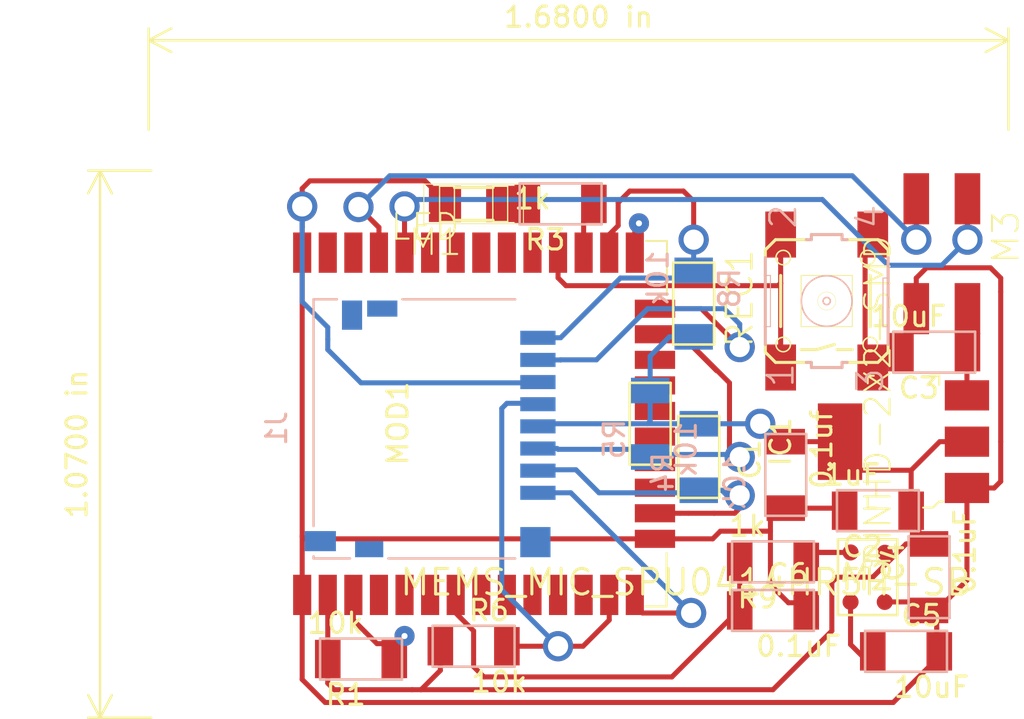
<source format=kicad_pcb>
(kicad_pcb (version 20171130) (host pcbnew "(5.1.4-0-10_14)")

  (general
    (thickness 1.6)
    (drawings 4)
    (tracks 235)
    (zones 0)
    (modules 20)
    (nets 44)
  )

  (page A4)
  (layers
    (0 F.Cu signal)
    (31 B.Cu signal)
    (32 B.Adhes user)
    (33 F.Adhes user)
    (34 B.Paste user)
    (35 F.Paste user)
    (36 B.SilkS user)
    (37 F.SilkS user)
    (38 B.Mask user hide)
    (39 F.Mask user hide)
    (40 Dwgs.User user)
    (41 Cmts.User user)
    (42 Eco1.User user hide)
    (43 Eco2.User user hide)
    (44 Edge.Cuts user hide)
    (45 Margin user hide)
    (46 B.CrtYd user hide)
    (47 F.CrtYd user)
    (48 B.Fab user hide)
    (49 F.Fab user hide)
  )

  (setup
    (last_trace_width 0.25)
    (trace_clearance 0.2)
    (zone_clearance 0.508)
    (zone_45_only no)
    (trace_min 0.2)
    (via_size 0.8)
    (via_drill 0.4)
    (via_min_size 0.4)
    (via_min_drill 0.3)
    (user_via 1 0.3)
    (user_via 1.5 1)
    (uvia_size 0.3)
    (uvia_drill 0.1)
    (uvias_allowed no)
    (uvia_min_size 0.2)
    (uvia_min_drill 0.1)
    (edge_width 0.05)
    (segment_width 0.2)
    (pcb_text_width 0.3)
    (pcb_text_size 1.5 1.5)
    (mod_edge_width 0.12)
    (mod_text_size 1 1)
    (mod_text_width 0.15)
    (pad_size 1.27 1.905)
    (pad_drill 0)
    (pad_to_mask_clearance 0.051)
    (solder_mask_min_width 0.25)
    (aux_axis_origin 0 0)
    (visible_elements FFFFFF7F)
    (pcbplotparams
      (layerselection 0x010fc_ffffffff)
      (usegerberextensions false)
      (usegerberattributes false)
      (usegerberadvancedattributes false)
      (creategerberjobfile false)
      (excludeedgelayer true)
      (linewidth 0.100000)
      (plotframeref false)
      (viasonmask false)
      (mode 1)
      (useauxorigin false)
      (hpglpennumber 1)
      (hpglpenspeed 20)
      (hpglpendiameter 15.000000)
      (psnegative false)
      (psa4output false)
      (plotreference true)
      (plotvalue true)
      (plotinvisibletext false)
      (padsonsilk false)
      (subtractmaskfromsilk false)
      (outputformat 1)
      (mirror false)
      (drillshape 1)
      (scaleselection 1)
      (outputdirectory ""))
  )

  (net 0 "")
  (net 1 +3V3)
  (net 2 GND)
  (net 3 +5V)
  (net 4 "Net-(C5-Pad1)")
  (net 5 /Mic)
  (net 6 "Net-(J1-Pad10)")
  (net 7 "Net-(J1-Pad11)")
  (net 8 /Dat2)
  (net 9 /Dat3)
  (net 10 /CMD)
  (net 11 /Dat0)
  (net 12 "Net-(J1-Pad9)")
  (net 13 /Dat1)
  (net 14 "Net-(M1-Pad1)")
  (net 15 "Net-(M2-PadP$4)")
  (net 16 /BootstrapGND)
  (net 17 /LED)
  (net 18 /BTN)
  (net 19 "Net-(MOD1-Pad29)")
  (net 20 "Net-(MOD1-Pad30)")
  (net 21 "Net-(MOD1-Pad31)")
  (net 22 "Net-(MOD1-Pad32)")
  (net 23 "Net-(MOD1-Pad33)")
  (net 24 /RX)
  (net 25 /TX)
  (net 26 "Net-(MOD1-Pad36)")
  (net 27 "Net-(MOD1-Pad37)")
  (net 28 /CLK)
  (net 29 "Net-(MOD1-Pad12)")
  (net 30 "Net-(MOD1-Pad11)")
  (net 31 "Net-(MOD1-Pad10)")
  (net 32 "Net-(MOD1-Pad9)")
  (net 33 "Net-(MOD1-Pad8)")
  (net 34 "Net-(MOD1-Pad6)")
  (net 35 "Net-(MOD1-Pad5)")
  (net 36 "Net-(MOD1-Pad4)")
  (net 37 /EN)
  (net 38 "Net-(MOD1-Pad22)")
  (net 39 "Net-(MOD1-Pad21)")
  (net 40 "Net-(MOD1-Pad20)")
  (net 41 "Net-(MOD1-Pad19)")
  (net 42 "Net-(MOD1-Pad18)")
  (net 43 "Net-(MOD1-Pad17)")

  (net_class Default "This is the default net class."
    (clearance 0.2)
    (trace_width 0.25)
    (via_dia 0.8)
    (via_drill 0.4)
    (uvia_dia 0.3)
    (uvia_drill 0.1)
    (add_net +3V3)
    (add_net +5V)
    (add_net /BTN)
    (add_net /BootstrapGND)
    (add_net /CLK)
    (add_net /CMD)
    (add_net /Dat0)
    (add_net /Dat1)
    (add_net /Dat2)
    (add_net /Dat3)
    (add_net /EN)
    (add_net /LED)
    (add_net /Mic)
    (add_net /RX)
    (add_net /TX)
    (add_net GND)
    (add_net "Net-(C5-Pad1)")
    (add_net "Net-(J1-Pad10)")
    (add_net "Net-(J1-Pad11)")
    (add_net "Net-(J1-Pad9)")
    (add_net "Net-(M1-Pad1)")
    (add_net "Net-(M2-PadP$4)")
    (add_net "Net-(MOD1-Pad10)")
    (add_net "Net-(MOD1-Pad11)")
    (add_net "Net-(MOD1-Pad12)")
    (add_net "Net-(MOD1-Pad17)")
    (add_net "Net-(MOD1-Pad18)")
    (add_net "Net-(MOD1-Pad19)")
    (add_net "Net-(MOD1-Pad20)")
    (add_net "Net-(MOD1-Pad21)")
    (add_net "Net-(MOD1-Pad22)")
    (add_net "Net-(MOD1-Pad29)")
    (add_net "Net-(MOD1-Pad30)")
    (add_net "Net-(MOD1-Pad31)")
    (add_net "Net-(MOD1-Pad32)")
    (add_net "Net-(MOD1-Pad33)")
    (add_net "Net-(MOD1-Pad36)")
    (add_net "Net-(MOD1-Pad37)")
    (add_net "Net-(MOD1-Pad4)")
    (add_net "Net-(MOD1-Pad5)")
    (add_net "Net-(MOD1-Pad6)")
    (add_net "Net-(MOD1-Pad8)")
    (add_net "Net-(MOD1-Pad9)")
  )

  (module fab:fab-6MM_SWITCH (layer F.Cu) (tedit 200000) (tstamp 5DF662BE)
    (at 117.983 77.851 90)
    (descr "OMRON SWITCH")
    (tags "OMRON SWITCH")
    (path /5DF7A669)
    (attr smd)
    (fp_text reference REC1 (at 0.127 -4.318 90) (layer F.SilkS)
      (effects (font (size 1.27 1.27) (thickness 0.127)))
    )
    (fp_text value " " (at 0.762 4.445 90) (layer F.SilkS)
      (effects (font (size 1.27 1.27) (thickness 0.127)))
    )
    (fp_text user 4 (at 4.191 2.159 90) (layer B.SilkS)
      (effects (font (size 1.27 1.27) (thickness 0.127)))
    )
    (fp_text user 3 (at -3.937 2.159 90) (layer B.SilkS)
      (effects (font (size 1.27 1.27) (thickness 0.127)))
    )
    (fp_text user 2 (at 4.191 -2.159 90) (layer B.SilkS)
      (effects (font (size 1.27 1.27) (thickness 0.127)))
    )
    (fp_text user 1 (at -3.683 -2.286 90) (layer B.SilkS)
      (effects (font (size 1.27 1.27) (thickness 0.127)))
    )
    (fp_circle (center 0 0) (end -0.127 0.127) (layer B.SilkS) (width 0.0762))
    (fp_circle (center 0 0) (end -0.3175 0.3175) (layer F.SilkS) (width 0.0254))
    (fp_circle (center -2.159 -2.159) (end -2.413 -2.413) (layer F.SilkS) (width 0.0762))
    (fp_circle (center 2.159 -2.159) (end 2.413 -2.413) (layer F.SilkS) (width 0.0762))
    (fp_circle (center 2.159 2.032) (end 2.413 2.286) (layer F.SilkS) (width 0.0762))
    (fp_circle (center -2.159 2.159) (end -2.413 2.413) (layer F.SilkS) (width 0.0762))
    (fp_circle (center 0 0) (end -0.889 0.889) (layer B.SilkS) (width 0.0762))
    (fp_line (start -2.413 -0.508) (end -2.159 0.381) (layer F.SilkS) (width 0.1524))
    (fp_line (start -2.413 0.508) (end -2.413 1.27) (layer F.SilkS) (width 0.1524))
    (fp_line (start -2.413 -1.27) (end -2.413 -0.508) (layer F.SilkS) (width 0.1524))
    (fp_line (start 1.27 -2.286) (end -1.27 -2.286) (layer F.SilkS) (width 0.1524))
    (fp_line (start -1.27 2.159) (end 1.27 2.159) (layer F.SilkS) (width 0.1524))
    (fp_line (start -3.048 -0.762) (end -3.048 -1.016) (layer B.SilkS) (width 0.1524))
    (fp_line (start -3.048 0.762) (end -3.048 1.016) (layer B.SilkS) (width 0.1524))
    (fp_line (start 3.048 -0.762) (end 3.048 -1.016) (layer B.SilkS) (width 0.1524))
    (fp_line (start 3.048 0.762) (end 3.048 1.016) (layer B.SilkS) (width 0.1524))
    (fp_line (start 1.143 3.048) (end 2.159 3.048) (layer B.SilkS) (width 0.1524))
    (fp_line (start -1.27 3.048) (end 1.143 3.048) (layer B.SilkS) (width 0.1524))
    (fp_line (start -1.27 -3.048) (end -2.159 -3.048) (layer B.SilkS) (width 0.1524))
    (fp_line (start 1.27 -3.048) (end -1.27 -3.048) (layer B.SilkS) (width 0.1524))
    (fp_line (start 2.159 -3.048) (end 1.27 -3.048) (layer B.SilkS) (width 0.1524))
    (fp_line (start 2.54 -3.048) (end 2.159 -3.048) (layer F.SilkS) (width 0.1524))
    (fp_line (start -2.54 -3.048) (end -2.159 -3.048) (layer F.SilkS) (width 0.1524))
    (fp_line (start -2.159 3.048) (end -1.27 3.048) (layer B.SilkS) (width 0.1524))
    (fp_line (start -2.54 3.048) (end -2.159 3.048) (layer F.SilkS) (width 0.1524))
    (fp_line (start 2.54 3.048) (end 2.159 3.048) (layer F.SilkS) (width 0.1524))
    (fp_line (start -1.27 2.794) (end -1.27 3.048) (layer B.SilkS) (width 0.0508))
    (fp_line (start 1.143 2.794) (end 1.143 3.048) (layer B.SilkS) (width 0.0508))
    (fp_line (start 1.143 2.794) (end -1.27 2.794) (layer B.SilkS) (width 0.0508))
    (fp_line (start 1.27 -2.794) (end 1.27 -3.048) (layer B.SilkS) (width 0.0508))
    (fp_line (start 1.27 -2.794) (end -1.27 -2.794) (layer B.SilkS) (width 0.0508))
    (fp_line (start -1.27 -3.048) (end -1.27 -2.794) (layer B.SilkS) (width 0.0508))
    (fp_line (start -1.27 -1.27) (end 1.27 -1.27) (layer F.SilkS) (width 0.0508))
    (fp_line (start 1.27 1.27) (end 1.27 -1.27) (layer F.SilkS) (width 0.0508))
    (fp_line (start 1.27 1.27) (end -1.27 1.27) (layer F.SilkS) (width 0.0508))
    (fp_line (start -1.27 -1.27) (end -1.27 1.27) (layer F.SilkS) (width 0.0508))
    (fp_line (start -3.048 2.54) (end -3.048 1.016) (layer F.SilkS) (width 0.1524))
    (fp_line (start -2.54 3.048) (end -3.048 2.54) (layer F.SilkS) (width 0.1524))
    (fp_line (start -3.048 -2.54) (end -3.048 -1.016) (layer F.SilkS) (width 0.1524))
    (fp_line (start -2.54 -3.048) (end -3.048 -2.54) (layer F.SilkS) (width 0.1524))
    (fp_line (start 3.048 2.54) (end 3.048 1.016) (layer F.SilkS) (width 0.1524))
    (fp_line (start 2.54 3.048) (end 3.048 2.54) (layer F.SilkS) (width 0.1524))
    (fp_line (start 3.048 -2.54) (end 2.54 -3.048) (layer F.SilkS) (width 0.1524))
    (fp_line (start -3.048 0.762) (end -3.302 0.762) (layer B.SilkS) (width 0.1524))
    (fp_line (start -3.302 -0.762) (end -3.302 0.762) (layer B.SilkS) (width 0.1524))
    (fp_line (start -3.302 -0.762) (end -3.048 -0.762) (layer B.SilkS) (width 0.1524))
    (fp_line (start 3.048 -1.016) (end 3.048 -2.54) (layer F.SilkS) (width 0.1524))
    (fp_line (start 3.048 -0.762) (end 3.302 -0.762) (layer B.SilkS) (width 0.1524))
    (fp_line (start 3.302 0.762) (end 3.302 -0.762) (layer B.SilkS) (width 0.1524))
    (fp_line (start 3.302 0.762) (end 3.048 0.762) (layer B.SilkS) (width 0.1524))
    (pad 4 smd rect (at 3.302 2.286 90) (size 2.286 1.524) (layers F.Cu F.Paste F.Mask)
      (net 2 GND))
    (pad 3 smd rect (at -3.302 2.286 90) (size 2.286 1.524) (layers F.Cu F.Paste F.Mask)
      (net 2 GND))
    (pad 2 smd rect (at 3.302 -2.286 90) (size 2.286 1.524) (layers F.Cu F.Paste F.Mask)
      (net 18 /BTN))
    (pad 1 smd rect (at -3.302 -2.286 90) (size 2.286 1.524) (layers F.Cu F.Paste F.Mask)
      (net 18 /BTN))
  )

  (module digikey-footprints:ESP32-WROOM-32D (layer F.Cu) (tedit 5DF68CF0) (tstamp 5DF66226)
    (at 100.203 83.947 90)
    (path /5DF7A6E9)
    (attr smd)
    (fp_text reference MOD1 (at 0.02 -3.51 90) (layer F.SilkS)
      (effects (font (size 1 1) (thickness 0.15)))
    )
    (fp_text value ESP32-WROOM-32 (at 0 11.88 90) (layer F.Fab)
      (effects (font (size 1 1) (thickness 0.15)))
    )
    (fp_line (start -9 9.755) (end 9 9.755) (layer F.Fab) (width 0.1))
    (fp_line (start -9.07 9.83) (end -6.42 9.83) (layer F.SilkS) (width 0.1))
    (fp_line (start -9.07 8.78) (end -9.07 9.83) (layer F.SilkS) (width 0.1))
    (fp_line (start 9.08 9.85) (end 6.38 9.85) (layer F.SilkS) (width 0.1))
    (fp_line (start 9.08 8.81) (end 9.08 9.85) (layer F.SilkS) (width 0.1))
    (fp_text user REF** (at 0.01 -5.37 90) (layer F.Fab)
      (effects (font (size 1 1) (thickness 0.15)))
    )
    (fp_line (start -9.77 10.47) (end 9.73 10.46) (layer F.CrtYd) (width 0.1))
    (pad 25 smd rect (at 8.5 8.255 90) (size 2 0.9) (layers F.Cu F.Paste F.Mask)
      (net 16 /BootstrapGND))
    (pad 26 smd rect (at 8.5 6.985 90) (size 2 0.9) (layers F.Cu F.Paste F.Mask)
      (net 13 /Dat1))
    (pad 27 smd rect (at 8.5 5.715 90) (size 2 0.9) (layers F.Cu F.Paste F.Mask)
      (net 17 /LED))
    (pad 28 smd rect (at 8.5 4.445 90) (size 2 0.9) (layers F.Cu F.Paste F.Mask)
      (net 18 /BTN))
    (pad 29 smd rect (at 8.5 3.175 90) (size 2 0.9) (layers F.Cu F.Paste F.Mask)
      (net 19 "Net-(MOD1-Pad29)"))
    (pad 30 smd rect (at 8.5 1.905 90) (size 2 0.9) (layers F.Cu F.Paste F.Mask)
      (net 20 "Net-(MOD1-Pad30)"))
    (pad 31 smd rect (at 8.5 0.635 90) (size 2 0.9) (layers F.Cu F.Paste F.Mask)
      (net 21 "Net-(MOD1-Pad31)"))
    (pad 32 smd rect (at 8.5 -0.635 90) (size 2 0.9) (layers F.Cu F.Paste F.Mask)
      (net 22 "Net-(MOD1-Pad32)"))
    (pad 33 smd rect (at 8.5 -1.905 90) (size 2 0.9) (layers F.Cu F.Paste F.Mask)
      (net 23 "Net-(MOD1-Pad33)"))
    (pad 34 smd rect (at 8.5 -3.175 90) (size 2 0.9) (layers F.Cu F.Paste F.Mask)
      (net 24 /RX))
    (pad 35 smd rect (at 8.5 -4.445 90) (size 2 0.9) (layers F.Cu F.Paste F.Mask)
      (net 25 /TX))
    (pad 36 smd rect (at 8.5 -5.715 90) (size 2 0.9) (layers F.Cu F.Paste F.Mask)
      (net 26 "Net-(MOD1-Pad36)"))
    (pad 37 smd rect (at 8.5 -6.985 90) (size 2 0.9) (layers F.Cu F.Paste F.Mask)
      (net 27 "Net-(MOD1-Pad37)"))
    (pad 38 smd rect (at 8.5 -8.255 90) (size 2 0.9) (layers F.Cu F.Paste F.Mask)
      (net 2 GND))
    (pad 14 smd rect (at -8.5 8.255 90) (size 2 0.9) (layers F.Cu F.Paste F.Mask)
      (net 8 /Dat2))
    (pad 13 smd rect (at -8.5 6.985 90) (size 2 0.9) (layers F.Cu F.Paste F.Mask)
      (net 28 /CLK))
    (pad 12 smd rect (at -8.5 5.715 90) (size 2 0.9) (layers F.Cu F.Paste F.Mask)
      (net 29 "Net-(MOD1-Pad12)"))
    (pad 11 smd rect (at -8.5 4.445 90) (size 2 0.9) (layers F.Cu F.Paste F.Mask)
      (net 30 "Net-(MOD1-Pad11)"))
    (pad 10 smd rect (at -8.5 3.175 90) (size 2 0.9) (layers F.Cu F.Paste F.Mask)
      (net 31 "Net-(MOD1-Pad10)"))
    (pad 9 smd rect (at -8.5 1.905 90) (size 2 0.9) (layers F.Cu F.Paste F.Mask)
      (net 32 "Net-(MOD1-Pad9)"))
    (pad 8 smd rect (at -8.5 0.635 90) (size 2 0.9) (layers F.Cu F.Paste F.Mask)
      (net 33 "Net-(MOD1-Pad8)"))
    (pad 7 smd rect (at -8.5 -0.635 90) (size 2 0.9) (layers F.Cu F.Paste F.Mask)
      (net 5 /Mic))
    (pad 6 smd rect (at -8.5 -1.905 90) (size 2 0.9) (layers F.Cu F.Paste F.Mask)
      (net 34 "Net-(MOD1-Pad6)"))
    (pad 5 smd rect (at -8.5 -3.175 90) (size 2 0.9) (layers F.Cu F.Paste F.Mask)
      (net 35 "Net-(MOD1-Pad5)"))
    (pad 4 smd rect (at -8.5 -4.445 90) (size 2 0.9) (layers F.Cu F.Paste F.Mask)
      (net 36 "Net-(MOD1-Pad4)"))
    (pad 3 smd rect (at -8.5 -5.715 90) (size 2 0.9) (layers F.Cu F.Paste F.Mask)
      (net 37 /EN))
    (pad 2 smd rect (at -8.5 -6.985 90) (size 2 0.9) (layers F.Cu F.Paste F.Mask)
      (net 1 +3V3))
    (pad 24 smd rect (at 5.715 9.255 180) (size 2 0.9) (layers F.Cu F.Paste F.Mask)
      (net 11 /Dat0))
    (pad 23 smd rect (at 4.445 9.255 180) (size 2 0.9) (layers F.Cu F.Paste F.Mask)
      (net 10 /CMD))
    (pad 22 smd rect (at 3.175 9.255 180) (size 2 0.9) (layers F.Cu F.Paste F.Mask)
      (net 38 "Net-(MOD1-Pad22)"))
    (pad 21 smd rect (at 1.905 9.255 180) (size 2 0.9) (layers F.Cu F.Paste F.Mask)
      (net 39 "Net-(MOD1-Pad21)"))
    (pad 20 smd rect (at 0.635 9.255 180) (size 2 0.9) (layers F.Cu F.Paste F.Mask)
      (net 40 "Net-(MOD1-Pad20)"))
    (pad 19 smd rect (at -0.635 9.255 180) (size 2 0.9) (layers F.Cu F.Paste F.Mask)
      (net 41 "Net-(MOD1-Pad19)"))
    (pad 18 smd rect (at -1.905 9.255 180) (size 2 0.9) (layers F.Cu F.Paste F.Mask)
      (net 42 "Net-(MOD1-Pad18)"))
    (pad 17 smd rect (at -3.175 9.255 180) (size 2 0.9) (layers F.Cu F.Paste F.Mask)
      (net 43 "Net-(MOD1-Pad17)"))
    (pad 16 smd rect (at -4.445 9.255 180) (size 2 0.9) (layers F.Cu F.Paste F.Mask)
      (net 9 /Dat3))
    (pad 15 smd rect (at -5.715 9.255 180) (size 2 0.9) (layers F.Cu F.Paste F.Mask)
      (net 2 GND))
    (pad 1 smd rect (at -8.5 -8.255 90) (size 2 0.9) (layers F.Cu F.Paste F.Mask)
      (net 2 GND))
  )

  (module fab:fab-2X02SMD (layer F.Cu) (tedit 200000) (tstamp 5DF707C9)
    (at 123.698 75.311 270)
    (path /5DFE3C1D)
    (attr smd)
    (fp_text reference M3 (at -0.635 -3.175 90) (layer F.SilkS)
      (effects (font (size 1.27 1.27) (thickness 0.1016)))
    )
    (fp_text value PINHD-2X2-SMD (at 7.493 3.175 90) (layer F.SilkS)
      (effects (font (size 1.27 1.27) (thickness 0.1016)))
    )
    (pad 4 smd rect (at 2.91846 1.27 270) (size 2.54 1.27) (layers F.Cu F.Paste F.Mask)
      (net 2 GND))
    (pad 3 smd rect (at -2.54 1.27 270) (size 2.54 1.27) (layers F.Cu F.Paste F.Mask)
      (net 25 /TX))
    (pad 2 smd rect (at 2.91846 -1.27 270) (size 2.54 1.27) (layers F.Cu F.Paste F.Mask)
      (net 3 +5V))
    (pad 1 smd rect (at -2.54 -1.27 270) (size 2.54 1.27) (layers F.Cu F.Paste F.Mask)
      (net 24 /RX))
  )

  (module fab:fab-R1206FAB (layer B.Cu) (tedit 200000) (tstamp 5DF66276)
    (at 111.379 77.978 90)
    (path /5DF7A6B1)
    (attr smd)
    (fp_text reference R8 (at 0.762 1.778 270) (layer B.SilkS)
      (effects (font (size 1.016 1.016) (thickness 0.1524)) (justify mirror))
    )
    (fp_text value 10k (at 1.27 -1.778 270) (layer B.SilkS)
      (effects (font (size 1.016 1.016) (thickness 0.1524)) (justify mirror))
    )
    (fp_line (start -2.032 -1.016) (end -2.032 1.016) (layer F.SilkS) (width 0.127))
    (fp_line (start 2.032 -1.016) (end -2.032 -1.016) (layer F.SilkS) (width 0.127))
    (fp_line (start 2.032 1.016) (end 2.032 -1.016) (layer F.SilkS) (width 0.127))
    (fp_line (start -2.032 1.016) (end 2.032 1.016) (layer F.SilkS) (width 0.127))
    (pad 2 smd rect (at 1.651 0 90) (size 1.27 1.905) (layers B.Cu B.Paste B.Mask)
      (net 13 /Dat1))
    (pad 1 smd rect (at -1.651 0 90) (size 1.27 1.905) (layers B.Cu B.Paste B.Mask)
      (net 1 +3V3))
  )

  (module fab:fab-R1206FAB (layer F.Cu) (tedit 200000) (tstamp 5DF66280)
    (at 115.316 90.805 180)
    (path /5DF6E4DF)
    (attr smd)
    (fp_text reference R9 (at 0.762 -1.778) (layer F.SilkS)
      (effects (font (size 1.016 1.016) (thickness 0.1524)))
    )
    (fp_text value 1k (at 1.27 1.778) (layer F.SilkS)
      (effects (font (size 1.016 1.016) (thickness 0.1524)))
    )
    (fp_line (start -2.032 1.016) (end -2.032 -1.016) (layer B.SilkS) (width 0.127))
    (fp_line (start 2.032 1.016) (end -2.032 1.016) (layer B.SilkS) (width 0.127))
    (fp_line (start 2.032 -1.016) (end 2.032 1.016) (layer B.SilkS) (width 0.127))
    (fp_line (start -2.032 -1.016) (end 2.032 -1.016) (layer B.SilkS) (width 0.127))
    (pad 2 smd rect (at 1.651 0 180) (size 1.27 1.905) (layers F.Cu F.Paste F.Mask)
      (net 5 /Mic))
    (pad 1 smd rect (at -1.651 0 180) (size 1.27 1.905) (layers F.Cu F.Paste F.Mask)
      (net 15 "Net-(M2-PadP$4)"))
  )

  (module fab:fab-R1206FAB (layer F.Cu) (tedit 200000) (tstamp 5DF66262)
    (at 100.457 94.996)
    (path /5DF7A69F)
    (attr smd)
    (fp_text reference R6 (at 0.762 -1.778) (layer F.SilkS)
      (effects (font (size 1.016 1.016) (thickness 0.1524)))
    )
    (fp_text value 10k (at 1.27 1.778) (layer F.SilkS)
      (effects (font (size 1.016 1.016) (thickness 0.1524)))
    )
    (fp_line (start -2.032 1.016) (end -2.032 -1.016) (layer B.SilkS) (width 0.127))
    (fp_line (start 2.032 1.016) (end -2.032 1.016) (layer B.SilkS) (width 0.127))
    (fp_line (start 2.032 -1.016) (end 2.032 1.016) (layer B.SilkS) (width 0.127))
    (fp_line (start -2.032 -1.016) (end 2.032 -1.016) (layer B.SilkS) (width 0.127))
    (pad 2 smd rect (at 1.651 0) (size 1.27 1.905) (layers F.Cu F.Paste F.Mask)
      (net 28 /CLK))
    (pad 1 smd rect (at -1.651 0) (size 1.27 1.905) (layers F.Cu F.Paste F.Mask)
      (net 1 +3V3))
  )

  (module fab:fab-R1206FAB (layer B.Cu) (tedit 200000) (tstamp 5DF66258)
    (at 109.22 83.947 270)
    (path /5DF7A693)
    (attr smd)
    (fp_text reference R5 (at 0.762 1.778 270) (layer B.SilkS)
      (effects (font (size 1.016 1.016) (thickness 0.1524)) (justify mirror))
    )
    (fp_text value 10k (at 1.27 -1.778 270) (layer B.SilkS)
      (effects (font (size 1.016 1.016) (thickness 0.1524)) (justify mirror))
    )
    (fp_line (start -2.032 -1.016) (end -2.032 1.016) (layer F.SilkS) (width 0.127))
    (fp_line (start 2.032 -1.016) (end -2.032 -1.016) (layer F.SilkS) (width 0.127))
    (fp_line (start 2.032 1.016) (end 2.032 -1.016) (layer F.SilkS) (width 0.127))
    (fp_line (start -2.032 1.016) (end 2.032 1.016) (layer F.SilkS) (width 0.127))
    (pad 2 smd rect (at 1.651 0 270) (size 1.27 1.905) (layers B.Cu B.Paste B.Mask)
      (net 10 /CMD))
    (pad 1 smd rect (at -1.651 0 270) (size 1.27 1.905) (layers B.Cu B.Paste B.Mask)
      (net 1 +3V3))
  )

  (module fab:fab-R1206FAB (layer B.Cu) (tedit 200000) (tstamp 5DF6624E)
    (at 111.633 85.598 270)
    (path /5DF7A6A5)
    (attr smd)
    (fp_text reference R4 (at 0.762 1.778 270) (layer B.SilkS)
      (effects (font (size 1.016 1.016) (thickness 0.1524)) (justify mirror))
    )
    (fp_text value 10k (at 1.27 -1.778 270) (layer B.SilkS)
      (effects (font (size 1.016 1.016) (thickness 0.1524)) (justify mirror))
    )
    (fp_line (start -2.032 -1.016) (end -2.032 1.016) (layer F.SilkS) (width 0.127))
    (fp_line (start 2.032 -1.016) (end -2.032 -1.016) (layer F.SilkS) (width 0.127))
    (fp_line (start 2.032 1.016) (end 2.032 -1.016) (layer F.SilkS) (width 0.127))
    (fp_line (start -2.032 1.016) (end 2.032 1.016) (layer F.SilkS) (width 0.127))
    (pad 2 smd rect (at 1.651 0 270) (size 1.27 1.905) (layers B.Cu B.Paste B.Mask)
      (net 9 /Dat3))
    (pad 1 smd rect (at -1.651 0 270) (size 1.27 1.905) (layers B.Cu B.Paste B.Mask)
      (net 1 +3V3))
  )

  (module fab:fab-R1206FAB (layer F.Cu) (tedit 200000) (tstamp 5DF66244)
    (at 104.775 73.025 180)
    (path /5DF7A67C)
    (attr smd)
    (fp_text reference R3 (at 0.762 -1.778) (layer F.SilkS)
      (effects (font (size 1.016 1.016) (thickness 0.1524)))
    )
    (fp_text value 1k (at 1.397 0.254) (layer F.SilkS)
      (effects (font (size 1.016 1.016) (thickness 0.1524)))
    )
    (fp_line (start -2.032 1.016) (end -2.032 -1.016) (layer B.SilkS) (width 0.127))
    (fp_line (start 2.032 1.016) (end -2.032 1.016) (layer B.SilkS) (width 0.127))
    (fp_line (start 2.032 -1.016) (end 2.032 1.016) (layer B.SilkS) (width 0.127))
    (fp_line (start -2.032 -1.016) (end 2.032 -1.016) (layer B.SilkS) (width 0.127))
    (pad 2 smd rect (at 1.651 0 180) (size 1.27 1.905) (layers F.Cu F.Paste F.Mask)
      (net 14 "Net-(M1-Pad1)"))
    (pad 1 smd rect (at -1.651 0 180) (size 1.27 1.905) (layers F.Cu F.Paste F.Mask)
      (net 17 /LED))
  )

  (module fab:fab-R1206FAB (layer F.Cu) (tedit 200000) (tstamp 5DF66230)
    (at 94.869 95.631 180)
    (path /5DF7A652)
    (attr smd)
    (fp_text reference R1 (at 0.762 -1.778) (layer F.SilkS)
      (effects (font (size 1.016 1.016) (thickness 0.1524)))
    )
    (fp_text value 10k (at 1.27 1.778) (layer F.SilkS)
      (effects (font (size 1.016 1.016) (thickness 0.1524)))
    )
    (fp_line (start -2.032 1.016) (end -2.032 -1.016) (layer B.SilkS) (width 0.127))
    (fp_line (start 2.032 1.016) (end -2.032 1.016) (layer B.SilkS) (width 0.127))
    (fp_line (start 2.032 -1.016) (end 2.032 1.016) (layer B.SilkS) (width 0.127))
    (fp_line (start -2.032 -1.016) (end 2.032 -1.016) (layer B.SilkS) (width 0.127))
    (pad 2 smd rect (at 1.651 0 180) (size 1.27 1.905) (layers F.Cu F.Paste F.Mask)
      (net 1 +3V3))
    (pad 1 smd rect (at -1.651 0 180) (size 1.27 1.905) (layers F.Cu F.Paste F.Mask)
      (net 37 /EN))
  )

  (module fab:fab-CSP-4PIN (layer F.Cu) (tedit 200000) (tstamp 5DF661EB)
    (at 120.015 91.567)
    (descr "KNOWLES SPU0414HR5H-SB")
    (tags "KNOWLES SPU0414HR5H-SB")
    (path /5DF6E4B2)
    (attr smd)
    (fp_text reference M2 (at 0 0) (layer F.SilkS)
      (effects (font (size 1.27 1.27) (thickness 0.15)))
    )
    (fp_text value MEMS_MIC_SPU0414HR5H-SB (at -9.017 0.254) (layer F.SilkS)
      (effects (font (size 1.27 1.27) (thickness 0.15)))
    )
    (fp_circle (center 0 -0.6985) (end -0.14986 -0.84836) (layer F.SilkS) (width 0.0635))
    (fp_line (start -1.4732 1.8796) (end -1.4732 -1.8796) (layer F.SilkS) (width 0.127))
    (fp_line (start 1.4732 1.8796) (end -1.4732 1.8796) (layer F.SilkS) (width 0.127))
    (fp_line (start 1.4732 -1.8796) (end 1.4732 1.8796) (layer F.SilkS) (width 0.127))
    (fp_line (start -1.4732 -1.8796) (end 1.4732 -1.8796) (layer F.SilkS) (width 0.127))
    (pad P$4 smd circle (at -0.84836 -1.22936) (size 0.79756 0.79756) (layers F.Cu F.Paste F.Mask)
      (net 15 "Net-(M2-PadP$4)"))
    (pad P$3 smd circle (at -0.84836 1.22936) (size 0.79756 0.79756) (layers F.Cu F.Paste F.Mask)
      (net 4 "Net-(C5-Pad1)"))
    (pad P$2 smd circle (at 0.84836 1.22936) (size 0.79756 0.79756) (layers F.Cu F.Paste F.Mask)
      (net 2 GND))
    (pad P$1 smd circle (at 0.85344 -1.21412) (size 0.79756 0.79756) (layers F.Cu F.Paste F.Mask)
      (net 1 +3V3))
  )

  (module fab:fab-LED1206 (layer F.Cu) (tedit 200000) (tstamp 5DF661DE)
    (at 100.457 73.025 180)
    (descr "LED 1206 PADS (STANDARD PATTERN)")
    (tags "LED 1206 PADS (STANDARD PATTERN)")
    (path /5DF7A686)
    (attr smd)
    (fp_text reference M1 (at 1.905 -1.905) (layer F.SilkS)
      (effects (font (size 1.27 1.27) (thickness 0.1016)))
    )
    (fp_text value LED (at 2.413 -1.143) (layer F.SilkS)
      (effects (font (size 1.27 1.27) (thickness 0.1016)))
    )
    (fp_line (start -2.47142 0.98298) (end -2.47142 -0.98298) (layer F.SilkS) (width 0.0508))
    (fp_line (start 2.47142 0.98298) (end -2.47142 0.98298) (layer F.SilkS) (width 0.0508))
    (fp_line (start 2.47142 -0.98298) (end 2.47142 0.98298) (layer F.SilkS) (width 0.0508))
    (fp_line (start -2.47142 -0.98298) (end 2.47142 -0.98298) (layer F.SilkS) (width 0.0508))
    (fp_line (start 0.9525 -0.8128) (end -0.9652 -0.8128) (layer F.SilkS) (width 0.1524))
    (fp_line (start 0.9525 0.8128) (end -0.9652 0.8128) (layer F.SilkS) (width 0.1524))
    (fp_line (start 0.9525 0.8763) (end 0.9525 -0.8763) (layer F.SilkS) (width 0.06604))
    (fp_line (start 0.9525 -0.8763) (end 1.6891 -0.8763) (layer F.SilkS) (width 0.06604))
    (fp_line (start 1.6891 0.8763) (end 1.6891 -0.8763) (layer F.SilkS) (width 0.06604))
    (fp_line (start 0.9525 0.8763) (end 1.6891 0.8763) (layer F.SilkS) (width 0.06604))
    (fp_line (start -1.6891 0.8763) (end -1.6891 -0.8763) (layer F.SilkS) (width 0.06604))
    (fp_line (start -1.6891 -0.8763) (end -0.9525 -0.8763) (layer F.SilkS) (width 0.06604))
    (fp_line (start -0.9525 0.8763) (end -0.9525 -0.8763) (layer F.SilkS) (width 0.06604))
    (fp_line (start -1.6891 0.8763) (end -0.9525 0.8763) (layer F.SilkS) (width 0.06604))
    (pad 2 smd rect (at 1.41986 0 180) (size 1.59766 1.80086) (layers F.Cu F.Paste F.Mask)
      (net 2 GND))
    (pad 1 smd rect (at -1.41986 0 180) (size 1.59766 1.80086) (layers F.Cu F.Paste F.Mask)
      (net 14 "Net-(M1-Pad1)"))
  )

  (module Connector_Card:microSD_HC_Hirose_DM3D-SF (layer B.Cu) (tedit 5DD70A23) (tstamp 5DF661CA)
    (at 98.298 84.201 270)
    (descr "Micro SD, SMD, right-angle, push-pull (https://media.digikey.com/PDF/Data%20Sheets/Hirose%20PDFs/DM3D-SF.pdf)")
    (tags "Micro SD")
    (path /5DF7A699)
    (attr smd)
    (fp_text reference J1 (at -0.025 7.625 270) (layer B.SilkS)
      (effects (font (size 1 1) (thickness 0.15)) (justify mirror))
    )
    (fp_text value Micro_SD_Card_Det_Hirose_DM3AT (at -0.025 -6.975 270) (layer B.Fab)
      (effects (font (size 1 1) (thickness 0.15)) (justify mirror))
    )
    (fp_arc (start 5.475 -5.475) (end 5.475 -5.725) (angle -90) (layer B.Fab) (width 0.1))
    (fp_arc (start 4.725 -4.425) (end 4.725 -3.925) (angle -90) (layer B.Fab) (width 0.1))
    (fp_arc (start -5.525 -5.475) (end -5.275 -5.475) (angle -90) (layer B.Fab) (width 0.1))
    (fp_arc (start -4.775 -4.425) (end -5.275 -4.425) (angle -90) (layer B.Fab) (width 0.1))
    (fp_arc (start -5.025 -9.575) (end -5.025 -10.075) (angle -90) (layer B.Fab) (width 0.1))
    (fp_arc (start 4.975 -9.575) (end 5.475 -9.575) (angle -90) (layer B.Fab) (width 0.1))
    (fp_line (start 6.325 5.785) (end 6.435 5.785) (layer B.SilkS) (width 0.12))
    (fp_line (start 0.525 5.725) (end -1.975 5.725) (layer Dwgs.User) (width 0.1))
    (fp_line (start 6.375 -5.725) (end 6.375 5.725) (layer B.Fab) (width 0.1))
    (fp_line (start 3.575 -0.475) (end 3.575 1.525) (layer Dwgs.User) (width 0.1))
    (fp_line (start 3.075 -0.475) (end 3.575 0.975) (layer Dwgs.User) (width 0.1))
    (fp_line (start 2.575 -0.475) (end 3.275 1.525) (layer Dwgs.User) (width 0.1))
    (fp_line (start 2.075 -0.475) (end 2.775 1.525) (layer Dwgs.User) (width 0.1))
    (fp_line (start 1.575 -0.475) (end 2.275 1.525) (layer Dwgs.User) (width 0.1))
    (fp_line (start 1.075 -0.475) (end 1.775 1.525) (layer Dwgs.User) (width 0.1))
    (fp_line (start 0.575 -0.475) (end 1.275 1.525) (layer Dwgs.User) (width 0.1))
    (fp_line (start 0.075 -0.475) (end 0.775 1.525) (layer Dwgs.User) (width 0.1))
    (fp_line (start -0.425 -0.475) (end 0.275 1.525) (layer Dwgs.User) (width 0.1))
    (fp_line (start -0.925 -0.475) (end -0.225 1.525) (layer Dwgs.User) (width 0.1))
    (fp_line (start -1.425 -0.475) (end -0.725 1.525) (layer Dwgs.User) (width 0.1))
    (fp_line (start -1.925 -0.475) (end -1.225 1.525) (layer Dwgs.User) (width 0.1))
    (fp_line (start -2.425 -0.475) (end -1.725 1.525) (layer Dwgs.User) (width 0.1))
    (fp_line (start -2.925 -0.475) (end -2.225 1.525) (layer Dwgs.User) (width 0.1))
    (fp_line (start -3.425 -0.475) (end -2.725 1.525) (layer Dwgs.User) (width 0.1))
    (fp_line (start -4.425 -0.475) (end -3.725 1.525) (layer Dwgs.User) (width 0.1))
    (fp_line (start -6.375 -5.725) (end -6.375 5.725) (layer B.Fab) (width 0.1))
    (fp_line (start -4.925 -0.475) (end 3.575 -0.475) (layer Dwgs.User) (width 0.1))
    (fp_line (start 0.525 3.875) (end -1.975 3.875) (layer Dwgs.User) (width 0.1))
    (fp_line (start -4.925 1.525) (end 3.575 1.525) (layer Dwgs.User) (width 0.1))
    (fp_line (start -6.92 6.72) (end 6.88 6.72) (layer B.CrtYd) (width 0.05))
    (fp_line (start 6.88 6.72) (end 6.88 -6.28) (layer B.CrtYd) (width 0.05))
    (fp_line (start 6.88 -6.28) (end -6.92 -6.28) (layer B.CrtYd) (width 0.05))
    (fp_line (start -6.92 -6.28) (end -6.92 6.72) (layer B.CrtYd) (width 0.05))
    (fp_line (start -4.925 1.525) (end -4.925 -0.475) (layer Dwgs.User) (width 0.1))
    (fp_line (start -4.925 -0.475) (end -4.225 1.525) (layer Dwgs.User) (width 0.1))
    (fp_line (start -4.225 1.525) (end -3.725 1.525) (layer Dwgs.User) (width 0.1))
    (fp_line (start -3.925 -0.475) (end -3.225 1.525) (layer Dwgs.User) (width 0.1))
    (fp_line (start -3.225 1.525) (end -2.725 1.525) (layer Dwgs.User) (width 0.1))
    (fp_line (start -6.375 5.725) (end 6.375 5.725) (layer B.Fab) (width 0.1))
    (fp_line (start -1.975 5.725) (end -1.975 3.875) (layer Dwgs.User) (width 0.1))
    (fp_line (start 0.525 3.875) (end 0.525 5.725) (layer Dwgs.User) (width 0.1))
    (fp_line (start -1.925 3.875) (end -1.525 5.725) (layer Dwgs.User) (width 0.1))
    (fp_line (start -1.025 5.725) (end -1.525 3.875) (layer Dwgs.User) (width 0.1))
    (fp_line (start -1.025 3.875) (end -0.525 5.725) (layer Dwgs.User) (width 0.1))
    (fp_line (start -0.025 5.725) (end -0.525 3.875) (layer Dwgs.User) (width 0.1))
    (fp_line (start -0.025 3.875) (end 0.475 5.725) (layer Dwgs.User) (width 0.1))
    (fp_line (start -5.525 6.975) (end 4.175 6.975) (layer B.Fab) (width 0.1))
    (fp_line (start 4.175 5.725) (end 4.175 6.975) (layer B.Fab) (width 0.1))
    (fp_line (start -5.525 5.725) (end -5.525 6.975) (layer B.Fab) (width 0.1))
    (fp_line (start -4.775 -3.925) (end 4.725 -3.925) (layer B.Fab) (width 0.1))
    (fp_line (start -6.375 -5.725) (end -5.525 -5.725) (layer B.Fab) (width 0.1))
    (fp_line (start -5.275 -5.475) (end -5.275 -4.425) (layer B.Fab) (width 0.1))
    (fp_line (start 5.225 -5.475) (end 5.225 -4.425) (layer B.Fab) (width 0.1))
    (fp_line (start 5.475 -5.725) (end 6.375 -5.725) (layer B.Fab) (width 0.1))
    (fp_line (start -5.525 -5.725) (end -5.525 -9.575) (layer B.Fab) (width 0.1))
    (fp_line (start -5.025 -10.075) (end 4.975 -10.075) (layer B.Fab) (width 0.1))
    (fp_line (start 5.475 -9.575) (end 5.475 -5.725) (layer B.Fab) (width 0.1))
    (fp_line (start -6.435 4.625) (end -6.435 5.785) (layer B.SilkS) (width 0.12))
    (fp_line (start -6.435 5.785) (end 4.825 5.785) (layer B.SilkS) (width 0.12))
    (fp_line (start 6.435 5.785) (end 6.435 3.975) (layer B.SilkS) (width 0.12))
    (fp_line (start -6.435 1.375) (end -6.435 -4.225) (layer B.SilkS) (width 0.12))
    (fp_line (start 6.435 2.075) (end 6.435 -4.225) (layer B.SilkS) (width 0.12))
    (fp_text user KEEPOUT (at -0.725 4.8 270) (layer Cmts.User)
      (effects (font (size 0.4 0.4) (thickness 0.06)))
    )
    (fp_text user %R (at -0.025 -1.475 270) (layer B.Fab)
      (effects (font (size 1 1) (thickness 0.1)) (justify mirror))
    )
    (fp_text user KEEPOUT (at -0.275 0.525 270) (layer Cmts.User)
      (effects (font (size 1 1) (thickness 0.1)))
    )
    (pad 10 smd rect (at 5.575 5.45 270) (size 1 1.55) (layers B.Cu B.Paste B.Mask)
      (net 6 "Net-(J1-Pad10)"))
    (pad 11 smd rect (at 5.625 -5.225 270) (size 1.5 1.5) (layers B.Cu B.Paste B.Mask)
      (net 7 "Net-(J1-Pad11)"))
    (pad 1 smd rect (at 3.175 -5.35 270) (size 0.7 1.75) (layers B.Cu B.Paste B.Mask)
      (net 8 /Dat2))
    (pad 2 smd rect (at 2.075 -5.35 270) (size 0.7 1.75) (layers B.Cu B.Paste B.Mask)
      (net 9 /Dat3))
    (pad 3 smd rect (at 0.975 -5.35 270) (size 0.7 1.75) (layers B.Cu B.Paste B.Mask)
      (net 10 /CMD))
    (pad 4 smd rect (at -0.125 -5.35 270) (size 0.7 1.75) (layers B.Cu B.Paste B.Mask)
      (net 1 +3V3))
    (pad 5 smd rect (at -1.225 -5.35 270) (size 0.7 1.75) (layers B.Cu B.Paste B.Mask)
      (net 28 /CLK))
    (pad 6 smd rect (at -2.325 -5.35 270) (size 0.7 1.75) (layers B.Cu B.Paste B.Mask)
      (net 2 GND))
    (pad 7 smd rect (at -3.425 -5.35 270) (size 0.7 1.75) (layers B.Cu B.Paste B.Mask)
      (net 11 /Dat0))
    (pad 11 smd rect (at 5.975 3.025 270) (size 0.8 1.4) (layers B.Cu B.Paste B.Mask)
      (net 7 "Net-(J1-Pad11)"))
    (pad 9 smd rect (at -5.65 3.875 270) (size 1.45 1) (layers B.Cu B.Paste B.Mask)
      (net 12 "Net-(J1-Pad9)"))
    (pad 11 smd rect (at -5.975 2.375 270) (size 0.8 1.5) (layers B.Cu B.Paste B.Mask)
      (net 7 "Net-(J1-Pad11)"))
    (pad 8 smd rect (at -4.525 -5.35 270) (size 0.7 1.75) (layers B.Cu B.Paste B.Mask)
      (net 13 /Dat1))
    (model ${KISYS3DMOD}/Connector_Card.3dshapes/microSD_HC_Hirose_DM3D-SF.wrl
      (at (xyz 0 0 0))
      (scale (xyz 1 1 1))
      (rotate (xyz 0 0 0))
    )
  )

  (module digikey-footprints:SOT-223 (layer F.Cu) (tedit 5D28A60E) (tstamp 5DF66178)
    (at 121.793 84.836 90)
    (path /5DF7A605)
    (attr smd)
    (fp_text reference IC1 (at 0 -6.1 90) (layer F.SilkS)
      (effects (font (size 1 1) (thickness 0.15)))
    )
    (fp_text value 3.3V (at 0.15 5.65 90) (layer F.Fab)
      (effects (font (size 1 1) (thickness 0.15)))
    )
    (fp_line (start 3.15 -1.65) (end 3.15 1.65) (layer F.Fab) (width 0.1))
    (fp_line (start -3.15 -1.65) (end 3.15 -1.65) (layer F.Fab) (width 0.1))
    (fp_text user %R (at -0.05 0.025 90) (layer F.Fab)
      (effects (font (size 1 1) (thickness 0.15)))
    )
    (fp_line (start 3.275 -1.775) (end 3.275 -1.475) (layer F.SilkS) (width 0.1))
    (fp_line (start 2.9 -1.775) (end 3.275 -1.775) (layer F.SilkS) (width 0.1))
    (fp_line (start -3.275 -1.775) (end -3.275 -1.375) (layer F.SilkS) (width 0.1))
    (fp_line (start -2.775 -1.775) (end -3.275 -1.775) (layer F.SilkS) (width 0.1))
    (fp_line (start 3.275 1.775) (end 2.825 1.775) (layer F.SilkS) (width 0.1))
    (fp_line (start 3.275 1.3) (end 3.275 1.775) (layer F.SilkS) (width 0.1))
    (fp_line (start -3.15 1.35) (end -2.875 1.65) (layer F.Fab) (width 0.1))
    (fp_line (start 3.15 1.65) (end -2.875 1.65) (layer F.Fab) (width 0.1))
    (fp_line (start -3.15 1.35) (end -3.15 -1.65) (layer F.Fab) (width 0.1))
    (fp_line (start 3.45 -4.45) (end 3.45 4.45) (layer F.CrtYd) (width 0.05))
    (fp_line (start 3.45 -4.45) (end -3.45 -4.45) (layer F.CrtYd) (width 0.05))
    (fp_line (start -3.45 -4.45) (end -3.45 4.45) (layer F.CrtYd) (width 0.05))
    (fp_line (start -3.45 4.45) (end 3.45 4.45) (layer F.CrtYd) (width 0.05))
    (fp_line (start -2.975 1.775) (end -2.975 1.97) (layer F.SilkS) (width 0.1))
    (fp_line (start -3.275 1.45) (end -2.975 1.775) (layer F.SilkS) (width 0.1))
    (fp_line (start -3.275 0.975) (end -3.275 1.45) (layer F.SilkS) (width 0.1))
    (pad 4 smd rect (at 0 -3.15 90) (size 3.8 2.2) (layers F.Cu F.Paste F.Mask)
      (net 1 +3V3))
    (pad 1 smd rect (at -2.3 3.15 90) (size 1.5 2.2) (layers F.Cu F.Paste F.Mask)
      (net 2 GND))
    (pad 2 smd rect (at 0 3.15 90) (size 1.5 2.2) (layers F.Cu F.Paste F.Mask)
      (net 1 +3V3))
    (pad 3 smd rect (at 2.3 3.15 90) (size 1.5 2.2) (layers F.Cu F.Paste F.Mask)
      (net 3 +5V))
  )

  (module fab:fab-C1206FAB (layer F.Cu) (tedit 200000) (tstamp 5DF6615D)
    (at 115.316 93.218)
    (path /5DF6E4E5)
    (attr smd)
    (fp_text reference C6 (at 0.762 -1.778) (layer F.SilkS)
      (effects (font (size 1.016 1.016) (thickness 0.1524)))
    )
    (fp_text value 0.1uF (at 1.27 1.778) (layer F.SilkS)
      (effects (font (size 1.016 1.016) (thickness 0.1524)))
    )
    (fp_line (start -2.032 1.016) (end -2.032 -1.016) (layer B.SilkS) (width 0.127))
    (fp_line (start 2.032 1.016) (end -2.032 1.016) (layer B.SilkS) (width 0.127))
    (fp_line (start 2.032 -1.016) (end 2.032 1.016) (layer B.SilkS) (width 0.127))
    (fp_line (start -2.032 -1.016) (end 2.032 -1.016) (layer B.SilkS) (width 0.127))
    (pad 2 smd rect (at 1.651 0) (size 1.27 1.905) (layers F.Cu F.Paste F.Mask)
      (net 2 GND))
    (pad 1 smd rect (at -1.651 0) (size 1.27 1.905) (layers F.Cu F.Paste F.Mask)
      (net 5 /Mic))
  )

  (module fab:fab-C1206FAB (layer F.Cu) (tedit 200000) (tstamp 5DF66153)
    (at 121.92 95.25)
    (path /5DF6E4B8)
    (attr smd)
    (fp_text reference C5 (at 0.762 -1.778) (layer F.SilkS)
      (effects (font (size 1.016 1.016) (thickness 0.1524)))
    )
    (fp_text value 10uF (at 1.27 1.778) (layer F.SilkS)
      (effects (font (size 1.016 1.016) (thickness 0.1524)))
    )
    (fp_line (start -2.032 1.016) (end -2.032 -1.016) (layer B.SilkS) (width 0.127))
    (fp_line (start 2.032 1.016) (end -2.032 1.016) (layer B.SilkS) (width 0.127))
    (fp_line (start 2.032 -1.016) (end 2.032 1.016) (layer B.SilkS) (width 0.127))
    (fp_line (start -2.032 -1.016) (end 2.032 -1.016) (layer B.SilkS) (width 0.127))
    (pad 2 smd rect (at 1.651 0) (size 1.27 1.905) (layers F.Cu F.Paste F.Mask)
      (net 2 GND))
    (pad 1 smd rect (at -1.651 0) (size 1.27 1.905) (layers F.Cu F.Paste F.Mask)
      (net 4 "Net-(C5-Pad1)"))
  )

  (module fab:fab-C1206FAB (layer F.Cu) (tedit 200000) (tstamp 5DF66149)
    (at 123.063 91.567 90)
    (path /5DF6E4F1)
    (attr smd)
    (fp_text reference C4 (at 0.762 -1.778 90) (layer F.SilkS)
      (effects (font (size 1.016 1.016) (thickness 0.1524)))
    )
    (fp_text value 0.1uF (at 1.27 1.778 90) (layer F.SilkS)
      (effects (font (size 1.016 1.016) (thickness 0.1524)))
    )
    (fp_line (start -2.032 1.016) (end -2.032 -1.016) (layer B.SilkS) (width 0.127))
    (fp_line (start 2.032 1.016) (end -2.032 1.016) (layer B.SilkS) (width 0.127))
    (fp_line (start 2.032 -1.016) (end 2.032 1.016) (layer B.SilkS) (width 0.127))
    (fp_line (start -2.032 -1.016) (end 2.032 -1.016) (layer B.SilkS) (width 0.127))
    (pad 2 smd rect (at 1.651 0 90) (size 1.27 1.905) (layers F.Cu F.Paste F.Mask)
      (net 1 +3V3))
    (pad 1 smd rect (at -1.651 0 90) (size 1.27 1.905) (layers F.Cu F.Paste F.Mask)
      (net 2 GND))
  )

  (module fab:fab-C1206FAB (layer F.Cu) (tedit 200000) (tstamp 5DF6613F)
    (at 123.317 80.391 180)
    (path /5DF7A5B1)
    (attr smd)
    (fp_text reference C3 (at 0.762 -1.778) (layer F.SilkS)
      (effects (font (size 1.016 1.016) (thickness 0.1524)))
    )
    (fp_text value 10uF (at 1.27 1.778) (layer F.SilkS)
      (effects (font (size 1.016 1.016) (thickness 0.1524)))
    )
    (fp_line (start -2.032 1.016) (end -2.032 -1.016) (layer B.SilkS) (width 0.127))
    (fp_line (start 2.032 1.016) (end -2.032 1.016) (layer B.SilkS) (width 0.127))
    (fp_line (start 2.032 -1.016) (end 2.032 1.016) (layer B.SilkS) (width 0.127))
    (fp_line (start -2.032 -1.016) (end 2.032 -1.016) (layer B.SilkS) (width 0.127))
    (pad 2 smd rect (at 1.651 0 180) (size 1.27 1.905) (layers F.Cu F.Paste F.Mask)
      (net 2 GND))
    (pad 1 smd rect (at -1.651 0 180) (size 1.27 1.905) (layers F.Cu F.Paste F.Mask)
      (net 3 +5V))
  )

  (module fab:fab-C1206FAB (layer F.Cu) (tedit 200000) (tstamp 5DF66135)
    (at 120.523 88.265 180)
    (path /5DF7A5B7)
    (attr smd)
    (fp_text reference C2 (at 0.762 -1.778) (layer F.SilkS)
      (effects (font (size 1.016 1.016) (thickness 0.1524)))
    )
    (fp_text value 1uF (at 1.27 1.778) (layer F.SilkS)
      (effects (font (size 1.016 1.016) (thickness 0.1524)))
    )
    (fp_line (start -2.032 1.016) (end -2.032 -1.016) (layer B.SilkS) (width 0.127))
    (fp_line (start 2.032 1.016) (end -2.032 1.016) (layer B.SilkS) (width 0.127))
    (fp_line (start 2.032 -1.016) (end 2.032 1.016) (layer B.SilkS) (width 0.127))
    (fp_line (start -2.032 -1.016) (end 2.032 -1.016) (layer B.SilkS) (width 0.127))
    (pad 2 smd rect (at 1.651 0 180) (size 1.27 1.905) (layers F.Cu F.Paste F.Mask)
      (net 2 GND))
    (pad 1 smd rect (at -1.651 0 180) (size 1.27 1.905) (layers F.Cu F.Paste F.Mask)
      (net 1 +3V3))
  )

  (module fab:fab-C1206FAB (layer F.Cu) (tedit 200000) (tstamp 5DF6612B)
    (at 115.951 86.487 90)
    (path /5DF7A5AB)
    (attr smd)
    (fp_text reference C1 (at 0.762 -1.778 90) (layer F.SilkS)
      (effects (font (size 1.016 1.016) (thickness 0.1524)))
    )
    (fp_text value 0.1uf (at 1.27 1.778 90) (layer F.SilkS)
      (effects (font (size 1.016 1.016) (thickness 0.1524)))
    )
    (fp_line (start -2.032 1.016) (end -2.032 -1.016) (layer B.SilkS) (width 0.127))
    (fp_line (start 2.032 1.016) (end -2.032 1.016) (layer B.SilkS) (width 0.127))
    (fp_line (start 2.032 -1.016) (end 2.032 1.016) (layer B.SilkS) (width 0.127))
    (fp_line (start -2.032 -1.016) (end 2.032 -1.016) (layer B.SilkS) (width 0.127))
    (pad 2 smd rect (at 1.651 0 90) (size 1.27 1.905) (layers F.Cu F.Paste F.Mask)
      (net 1 +3V3))
    (pad 1 smd rect (at -1.651 0 90) (size 1.27 1.905) (layers F.Cu F.Paste F.Mask)
      (net 2 GND))
  )

  (gr_poly (pts (xy 90.297 70.485) (xy 127.889 70.485) (xy 127.889 98.679) (xy 90.297 98.679)) (layer Eco1.User) (width 0.1))
  (gr_poly (pts (xy 88.773 68.707) (xy 129.159 68.707) (xy 129.159 101.6) (xy 88.773 101.6) (xy 88.773 68.834) (xy 88.646 68.707)) (layer Eco2.User) (width 0.1))
  (dimension 27.178 (width 0.12) (layer F.SilkS)
    (gr_text "27.178 mm" (at 80.645 84.963 270) (layer F.SilkS)
      (effects (font (size 1 1) (thickness 0.15)))
    )
    (feature1 (pts (xy 84.455 98.552) (xy 81.328579 98.552)))
    (feature2 (pts (xy 84.455 71.374) (xy 81.328579 71.374)))
    (crossbar (pts (xy 81.915 71.374) (xy 81.915 98.552)))
    (arrow1a (pts (xy 81.915 98.552) (xy 81.328579 97.425496)))
    (arrow1b (pts (xy 81.915 98.552) (xy 82.501421 97.425496)))
    (arrow2a (pts (xy 81.915 71.374) (xy 81.328579 72.500504)))
    (arrow2b (pts (xy 81.915 71.374) (xy 82.501421 72.500504)))
  )
  (dimension 42.672 (width 0.12) (layer F.SilkS)
    (gr_text "42.672 mm" (at 105.664 63.627) (layer F.SilkS)
      (effects (font (size 1 1) (thickness 0.15)))
    )
    (feature1 (pts (xy 127 69.342) (xy 127 64.310579)))
    (feature2 (pts (xy 84.328 69.342) (xy 84.328 64.310579)))
    (crossbar (pts (xy 84.328 64.897) (xy 127 64.897)))
    (arrow1a (pts (xy 127 64.897) (xy 125.873496 65.483421)))
    (arrow1b (pts (xy 127 64.897) (xy 125.873496 64.310579)))
    (arrow2a (pts (xy 84.328 64.897) (xy 85.454504 65.483421)))
    (arrow2b (pts (xy 84.328 64.897) (xy 85.454504 64.310579)))
  )

  (via (at 97.028 94.488) (size 1) (drill 0.3) (layers F.Cu B.Cu) (net 0))
  (segment (start 123.444 89.916) (end 122.2415 89.916) (width 0.25) (layer F.Cu) (net 1) (tstamp 5DF66D4B))
  (segment (start 121.158 90.678) (end 120.904 90.424) (width 0.25) (layer F.Cu) (net 1) (tstamp 5DF66D52))
  (segment (start 121.92 89.916) (end 122.2415 89.916) (width 0.25) (layer F.Cu) (net 1) (tstamp 5DF66D53))
  (segment (start 121.158 90.678) (end 121.92 89.916) (width 0.25) (layer F.Cu) (net 1) (tstamp 5DF66D57))
  (segment (start 107.7555 83.947) (end 106.553 83.947) (width 0.25) (layer B.Cu) (net 1))
  (segment (start 109.22 82.296) (end 109.22 83.82) (width 0.25) (layer B.Cu) (net 1))
  (segment (start 109.093 83.947) (end 107.7555 83.947) (width 0.25) (layer B.Cu) (net 1))
  (segment (start 109.22 83.82) (end 109.093 83.947) (width 0.25) (layer B.Cu) (net 1))
  (segment (start 110.871 83.947) (end 109.093 83.947) (width 0.25) (layer B.Cu) (net 1))
  (segment (start 110.1765 79.629) (end 109.22 80.5855) (width 0.25) (layer B.Cu) (net 1))
  (segment (start 111.379 79.629) (end 110.1765 79.629) (width 0.25) (layer B.Cu) (net 1))
  (segment (start 109.22 80.5855) (end 109.22 81.915) (width 0.25) (layer B.Cu) (net 1))
  (segment (start 93.218 96.8335) (end 93.5395 97.155) (width 0.25) (layer F.Cu) (net 1))
  (segment (start 93.218 95.631) (end 93.218 96.8335) (width 0.25) (layer F.Cu) (net 1))
  (segment (start 93.218 92.447) (end 93.218 95.25) (width 0.25) (layer F.Cu) (net 1))
  (segment (start 98.806 96.1985) (end 97.8495 97.155) (width 0.25) (layer F.Cu) (net 1))
  (segment (start 97.8495 97.155) (end 97.409 97.155) (width 0.25) (layer F.Cu) (net 1))
  (segment (start 98.806 94.996) (end 98.806 96.1985) (width 0.25) (layer F.Cu) (net 1))
  (segment (start 93.5395 97.155) (end 97.409 97.155) (width 0.25) (layer F.Cu) (net 1))
  (segment (start 118.643 84.836) (end 115.951 84.836) (width 0.25) (layer F.Cu) (net 1))
  (segment (start 122.174 88.265) (end 122.174 88.646) (width 0.25) (layer F.Cu) (net 1))
  (segment (start 122.174 88.646) (end 122.555 89.027) (width 0.25) (layer F.Cu) (net 1))
  (segment (start 122.555 89.027) (end 122.555 89.662) (width 0.25) (layer F.Cu) (net 1))
  (segment (start 123.593 84.836) (end 122.174 86.255) (width 0.25) (layer F.Cu) (net 1))
  (segment (start 124.943 84.836) (end 123.593 84.836) (width 0.25) (layer F.Cu) (net 1))
  (segment (start 122.174 86.255) (end 122.174 88.138) (width 0.25) (layer F.Cu) (net 1))
  (segment (start 118.643 84.836) (end 118.643 85.496) (width 0.25) (layer F.Cu) (net 1))
  (segment (start 119.402 86.255) (end 122.174 86.255) (width 0.25) (layer F.Cu) (net 1))
  (segment (start 118.643 85.496) (end 119.402 86.255) (width 0.25) (layer F.Cu) (net 1))
  (segment (start 115.951 84.836) (end 115.57 84.836) (width 0.25) (layer F.Cu) (net 1))
  (segment (start 115.57 84.836) (end 114.681 83.947) (width 0.25) (layer F.Cu) (net 1))
  (segment (start 114.681 83.947) (end 114.681 83.947) (width 0.25) (layer F.Cu) (net 1) (tstamp 5DF6FCF2))
  (segment (start 111.633 83.947) (end 114.681 83.947) (width 0.25) (layer B.Cu) (net 1))
  (segment (start 118.491 91.567) (end 120.269 91.567) (width 0.25) (layer F.Cu) (net 1))
  (segment (start 118.237 91.821) (end 118.491 91.567) (width 0.25) (layer F.Cu) (net 1))
  (segment (start 118.237 94.234) (end 118.237 91.821) (width 0.25) (layer F.Cu) (net 1))
  (segment (start 120.269 91.567) (end 121.158 90.678) (width 0.25) (layer F.Cu) (net 1))
  (segment (start 115.316 97.155) (end 118.237 94.234) (width 0.25) (layer F.Cu) (net 1))
  (segment (start 97.8495 97.155) (end 115.316 97.155) (width 0.25) (layer F.Cu) (net 1))
  (segment (start 114.681 83.947) (end 114.681 83.947) (width 0.25) (layer B.Cu) (net 1) (tstamp 5DF70EAE))
  (via (at 114.681 83.947) (size 1.5) (drill 1) (layers F.Cu B.Cu) (net 1))
  (segment (start 106.553 83.947) (end 104.14 83.947) (width 0.25) (layer B.Cu) (net 1))
  (segment (start 120.86336 92.79636) (end 122.89536 92.79636) (width 0.25) (layer F.Cu) (net 2) (tstamp 5DF66D4C))
  (segment (start 123.444 94.488) (end 123.444 95.504) (width 0.25) (layer F.Cu) (net 2) (tstamp 5DF66D50))
  (segment (start 123.444 93.218) (end 123.444 94.103) (width 0.25) (layer F.Cu) (net 2) (tstamp 5DF66D51))
  (segment (start 123.444 94.103) (end 123.444 94.488) (width 0.25) (layer F.Cu) (net 2) (tstamp 5DF66D58))
  (segment (start 92.075 89.662) (end 91.948 89.535) (width 0.25) (layer F.Cu) (net 2))
  (segment (start 109.458 89.662) (end 92.075 89.662) (width 0.25) (layer F.Cu) (net 2))
  (segment (start 91.948 89.535) (end 91.948 92.202) (width 0.25) (layer F.Cu) (net 2))
  (segment (start 91.948 75.447) (end 91.948 89.535) (width 0.25) (layer F.Cu) (net 2))
  (segment (start 91.948 77.886002) (end 93.218 79.156002) (width 0.25) (layer B.Cu) (net 2))
  (segment (start 93.218 79.156002) (end 93.218 79.756) (width 0.25) (layer B.Cu) (net 2))
  (segment (start 93.218 79.756) (end 93.218 80.264) (width 0.25) (layer B.Cu) (net 2))
  (segment (start 93.218 80.264) (end 94.869 81.915) (width 0.25) (layer B.Cu) (net 2))
  (segment (start 94.869 81.915) (end 103.378 81.915) (width 0.25) (layer B.Cu) (net 2))
  (segment (start 119.888 74.295) (end 119.888 81.153) (width 0.25) (layer F.Cu) (net 2))
  (segment (start 120.265 80.899) (end 121.539 80.899) (width 0.25) (layer F.Cu) (net 2))
  (segment (start 115.697 88.138) (end 118.999 88.138) (width 0.25) (layer F.Cu) (net 2))
  (segment (start 115.697 88.138) (end 115.189 88.646) (width 0.25) (layer F.Cu) (net 2))
  (segment (start 115.189 91.944) (end 115.189 91.059) (width 0.25) (layer F.Cu) (net 2))
  (segment (start 116.082 92.837) (end 115.189 91.944) (width 0.25) (layer F.Cu) (net 2))
  (segment (start 116.967 92.837) (end 116.082 92.837) (width 0.25) (layer F.Cu) (net 2))
  (segment (start 124.943 87.136) (end 124.943 91.719) (width 0.25) (layer F.Cu) (net 2))
  (segment (start 124.943 91.719) (end 123.825 92.837) (width 0.25) (layer F.Cu) (net 2))
  (segment (start 112.325002 89.662) (end 112.706002 89.281) (width 0.25) (layer F.Cu) (net 2))
  (segment (start 109.458 89.662) (end 112.325002 89.662) (width 0.25) (layer F.Cu) (net 2))
  (segment (start 112.706002 89.281) (end 115.189 89.281) (width 0.25) (layer F.Cu) (net 2))
  (segment (start 115.189 89.281) (end 115.189 91.059) (width 0.25) (layer F.Cu) (net 2))
  (segment (start 115.189 88.646) (end 115.189 89.281) (width 0.25) (layer F.Cu) (net 2))
  (segment (start 91.948 92.447) (end 91.948 96.647) (width 0.25) (layer F.Cu) (net 2))
  (segment (start 91.948 96.647) (end 93.091 97.79) (width 0.25) (layer F.Cu) (net 2))
  (segment (start 93.091 97.79) (end 94.361 97.79) (width 0.25) (layer F.Cu) (net 2))
  (segment (start 94.361 97.79) (end 121.285 97.79) (width 0.25) (layer F.Cu) (net 2))
  (segment (start 121.285 97.79) (end 123.317 95.758) (width 0.25) (layer F.Cu) (net 2))
  (segment (start 122.428 78.22946) (end 122.428 78.994) (width 0.25) (layer F.Cu) (net 2))
  (segment (start 122.428 78.994) (end 121.92 79.502) (width 0.25) (layer F.Cu) (net 2))
  (segment (start 126.293 87.136) (end 126.619 86.81) (width 0.25) (layer F.Cu) (net 2))
  (segment (start 124.943 87.136) (end 126.293 87.136) (width 0.25) (layer F.Cu) (net 2))
  (segment (start 126.619 86.81) (end 126.619 84.836) (width 0.25) (layer F.Cu) (net 2))
  (segment (start 126.619 84.836) (end 126.619 77.390458) (width 0.25) (layer F.Cu) (net 2))
  (segment (start 126.619 77.390458) (end 126.619 76.708) (width 0.25) (layer F.Cu) (net 2))
  (segment (start 126.619 76.708) (end 126.111 76.2) (width 0.25) (layer F.Cu) (net 2))
  (segment (start 126.111 76.2) (end 122.936 76.2) (width 0.25) (layer F.Cu) (net 2))
  (segment (start 122.936 76.2) (end 122.428 76.708) (width 0.25) (layer F.Cu) (net 2))
  (segment (start 122.428 76.708) (end 122.428 77.724) (width 0.25) (layer F.Cu) (net 2))
  (segment (start 91.948 73.533) (end 91.948 72.898) (width 0.25) (layer B.Cu) (net 2))
  (segment (start 91.948 72.898) (end 91.948 72.898) (width 0.25) (layer B.Cu) (net 2) (tstamp 5DF70ED5))
  (segment (start 91.948 75.447) (end 91.948 74.197) (width 0.25) (layer F.Cu) (net 2))
  (segment (start 91.948 74.197) (end 91.948 73.152) (width 0.25) (layer F.Cu) (net 2))
  (segment (start 91.948 73.152) (end 91.948 73.152) (width 0.25) (layer F.Cu) (net 2) (tstamp 5DF714DC))
  (via (at 91.948 73.152) (size 1.5) (drill 1) (layers F.Cu B.Cu) (net 2))
  (segment (start 98.044 71.882) (end 92.329 71.882) (width 0.25) (layer F.Cu) (net 2))
  (segment (start 91.948 72.263) (end 91.948 73.152) (width 0.25) (layer F.Cu) (net 2))
  (segment (start 92.329 71.882) (end 91.948 72.263) (width 0.25) (layer F.Cu) (net 2))
  (segment (start 98.425 72.263) (end 98.044 71.882) (width 0.25) (layer F.Cu) (net 2))
  (segment (start 91.948 74.168) (end 91.948 73.152) (width 0.25) (layer B.Cu) (net 2))
  (segment (start 91.948 73.533) (end 91.948 74.168) (width 0.25) (layer B.Cu) (net 2))
  (segment (start 91.948 74.168) (end 91.948 77.886002) (width 0.25) (layer B.Cu) (net 2))
  (segment (start 124.943 82.536) (end 124.943 79.019) (width 0.25) (layer F.Cu) (net 3))
  (segment (start 119.16664 94.90964) (end 119.888 95.631) (width 0.25) (layer F.Cu) (net 4) (tstamp 5DF66D4F))
  (segment (start 119.16664 92.79636) (end 119.16664 94.90964) (width 0.25) (layer F.Cu) (net 4) (tstamp 5DF66D55))
  (segment (start 99.568 93.345) (end 99.822 93.599) (width 0.25) (layer F.Cu) (net 5))
  (segment (start 99.822 93.599) (end 99.695 93.472) (width 0.25) (layer F.Cu) (net 5))
  (segment (start 99.568 92.447) (end 99.568 93.345) (width 0.25) (layer F.Cu) (net 5))
  (segment (start 100.457 96.012) (end 100.457 94.234) (width 0.25) (layer F.Cu) (net 5))
  (segment (start 100.965 96.52) (end 100.457 96.012) (width 0.25) (layer F.Cu) (net 5))
  (segment (start 110.2995 96.52) (end 100.965 96.52) (width 0.25) (layer F.Cu) (net 5))
  (segment (start 113.665 93.1545) (end 110.2995 96.52) (width 0.25) (layer F.Cu) (net 5))
  (segment (start 100.457 94.234) (end 99.822 93.599) (width 0.25) (layer F.Cu) (net 5))
  (segment (start 113.665 92.837) (end 113.665 93.1545) (width 0.25) (layer F.Cu) (net 5))
  (segment (start 113.665 90.805) (end 113.665 92.837) (width 0.25) (layer F.Cu) (net 5))
  (segment (start 108.458 92.447) (end 108.458 92.964) (width 0.25) (layer F.Cu) (net 8))
  (segment (start 108.458 92.964) (end 108.839 93.345) (width 0.25) (layer F.Cu) (net 8))
  (segment (start 108.839 93.345) (end 110.49 93.345) (width 0.25) (layer F.Cu) (net 8))
  (segment (start 110.49 93.345) (end 111.252 93.345) (width 0.25) (layer F.Cu) (net 8))
  (segment (start 111.252 93.345) (end 111.252 93.345) (width 0.25) (layer F.Cu) (net 8) (tstamp 5DF6C5AF))
  (segment (start 111.252 93.345) (end 111.252 93.345) (width 0.25) (layer B.Cu) (net 8))
  (segment (start 110.852001 92.945001) (end 105.283 87.376) (width 0.25) (layer B.Cu) (net 8))
  (segment (start 105.283 87.376) (end 104.394 87.376) (width 0.25) (layer B.Cu) (net 8))
  (segment (start 111.252 93.345) (end 110.852001 92.945001) (width 0.25) (layer B.Cu) (net 8) (tstamp 5DF70EAA))
  (via (at 111.252 93.345) (size 1.5) (drill 1) (layers F.Cu B.Cu) (net 8))
  (segment (start 109.458 88.392) (end 110.708 88.392) (width 0.25) (layer F.Cu) (net 9))
  (segment (start 110.708 88.392) (end 111.125 88.392) (width 0.25) (layer F.Cu) (net 9))
  (segment (start 103.648 86.276) (end 104.351 86.276) (width 0.25) (layer B.Cu) (net 9))
  (segment (start 104.351 86.276) (end 104.394 86.233) (width 0.25) (layer B.Cu) (net 9))
  (segment (start 104.394 86.233) (end 105.537 86.233) (width 0.25) (layer B.Cu) (net 9))
  (segment (start 105.537 86.233) (end 106.68 87.376) (width 0.25) (layer B.Cu) (net 9))
  (segment (start 111.125 88.392) (end 112.395 88.392) (width 0.25) (layer F.Cu) (net 9))
  (segment (start 112.395 88.392) (end 112.395 88.392) (width 0.25) (layer F.Cu) (net 9) (tstamp 5DF6C6BF))
  (segment (start 112.395 87.376) (end 106.68 87.376) (width 0.25) (layer B.Cu) (net 9))
  (segment (start 112.395 88.392) (end 113.411 88.392) (width 0.25) (layer F.Cu) (net 9))
  (segment (start 113.411 88.392) (end 113.665 88.138) (width 0.25) (layer F.Cu) (net 9))
  (segment (start 113.665 88.138) (end 113.665 88.138) (width 0.25) (layer F.Cu) (net 9) (tstamp 5DF70F31))
  (via (at 113.665 87.503) (size 1.5) (drill 1) (layers F.Cu B.Cu) (net 9))
  (segment (start 112.776 87.249) (end 113.665 88.138) (width 0.25) (layer B.Cu) (net 9))
  (segment (start 111.633 87.249) (end 112.776 87.249) (width 0.25) (layer B.Cu) (net 9))
  (segment (start 110.708 79.502) (end 112.522 81.316) (width 0.25) (layer F.Cu) (net 10))
  (segment (start 109.458 79.502) (end 110.708 79.502) (width 0.25) (layer F.Cu) (net 10))
  (segment (start 103.648 85.176) (end 104.607 85.176) (width 0.25) (layer B.Cu) (net 10))
  (segment (start 104.607 85.176) (end 104.648 85.217) (width 0.25) (layer B.Cu) (net 10))
  (segment (start 104.648 85.217) (end 108.712 85.217) (width 0.25) (layer B.Cu) (net 10))
  (segment (start 110.708 79.502) (end 110.744 79.502) (width 0.25) (layer F.Cu) (net 10))
  (segment (start 110.744 79.502) (end 113.157 81.915) (width 0.25) (layer F.Cu) (net 10))
  (segment (start 113.157 81.915) (end 113.157 84.649999) (width 0.25) (layer F.Cu) (net 10))
  (segment (start 113.157 84.649999) (end 113.157 85.471) (width 0.25) (layer F.Cu) (net 10))
  (segment (start 113.157 84.649999) (end 113.157 85.217) (width 0.25) (layer F.Cu) (net 10))
  (segment (start 113.157 85.217) (end 113.538 85.598) (width 0.25) (layer F.Cu) (net 10))
  (segment (start 113.538 85.598) (end 113.538 85.598) (width 0.25) (layer F.Cu) (net 10) (tstamp 5DF70F4D))
  (via (at 113.665 85.598) (size 1.5) (drill 1) (layers F.Cu B.Cu) (net 10))
  (segment (start 113.411 85.471) (end 113.538 85.598) (width 0.25) (layer B.Cu) (net 10))
  (segment (start 109.601 85.471) (end 113.411 85.471) (width 0.25) (layer B.Cu) (net 10))
  (segment (start 109.458 78.232) (end 109.982 78.232) (width 0.25) (layer F.Cu) (net 11))
  (segment (start 113.665 80.137) (end 113.665 80.137) (width 0.25) (layer F.Cu) (net 11) (tstamp 5DF7134E))
  (via (at 113.665 80.137) (size 1.5) (drill 1) (layers F.Cu B.Cu) (net 11))
  (segment (start 111.76 78.232) (end 113.665 80.137) (width 0.25) (layer F.Cu) (net 11))
  (segment (start 109.458 78.232) (end 111.76 78.232) (width 0.25) (layer F.Cu) (net 11))
  (segment (start 113.665 78.994) (end 113.665 80.137) (width 0.25) (layer B.Cu) (net 11))
  (segment (start 112.903 78.232) (end 113.665 78.994) (width 0.25) (layer B.Cu) (net 11))
  (segment (start 109.093 78.232) (end 112.903 78.232) (width 0.25) (layer B.Cu) (net 11))
  (segment (start 106.553 80.772) (end 109.093 78.232) (width 0.25) (layer B.Cu) (net 11))
  (segment (start 104.773 80.776) (end 104.777 80.772) (width 0.25) (layer B.Cu) (net 11))
  (segment (start 104.777 80.772) (end 106.553 80.772) (width 0.25) (layer B.Cu) (net 11))
  (segment (start 103.648 80.776) (end 104.773 80.776) (width 0.25) (layer B.Cu) (net 11))
  (segment (start 104.773 79.676) (end 107.741 76.708) (width 0.25) (layer B.Cu) (net 13))
  (segment (start 103.648 79.676) (end 104.773 79.676) (width 0.25) (layer B.Cu) (net 13))
  (segment (start 107.741 76.708) (end 110.998 76.708) (width 0.25) (layer B.Cu) (net 13))
  (segment (start 107.386001 75.248999) (end 107.386001 74.604999) (width 0.25) (layer F.Cu) (net 13))
  (segment (start 107.188 75.447) (end 107.386001 75.248999) (width 0.25) (layer F.Cu) (net 13))
  (segment (start 107.188 75.447) (end 107.188 74.676) (width 0.25) (layer F.Cu) (net 13))
  (segment (start 107.386001 75.248999) (end 107.386001 74.477999) (width 0.25) (layer F.Cu) (net 13))
  (via (at 111.379 74.803) (size 1.5) (drill 1) (layers F.Cu B.Cu) (net 13))
  (segment (start 107.188 75.447) (end 107.188 74.549) (width 0.25) (layer F.Cu) (net 13))
  (segment (start 111.379 74.803) (end 111.379 76.327) (width 0.25) (layer B.Cu) (net 13))
  (segment (start 107.6325 74.1045) (end 107.6325 72.9615) (width 0.25) (layer F.Cu) (net 13))
  (segment (start 107.188 74.549) (end 107.6325 74.1045) (width 0.25) (layer F.Cu) (net 13))
  (segment (start 107.6325 72.9615) (end 108.204 72.39) (width 0.25) (layer F.Cu) (net 13))
  (segment (start 108.204 72.39) (end 110.871 72.39) (width 0.25) (layer F.Cu) (net 13))
  (segment (start 111.379 72.898) (end 111.379 74.803) (width 0.25) (layer F.Cu) (net 13))
  (segment (start 110.871 72.39) (end 111.379 72.898) (width 0.25) (layer F.Cu) (net 13))
  (segment (start 101.87686 73.025) (end 102.743 73.025) (width 0.25) (layer F.Cu) (net 14))
  (segment (start 118.40464 90.33764) (end 117.38864 90.33764) (width 0.25) (layer F.Cu) (net 15) (tstamp 5DF66D54))
  (segment (start 119.16664 90.33764) (end 117.00764 90.33764) (width 0.25) (layer F.Cu) (net 15) (tstamp 5DF66D59))
  (segment (start 108.458 74.197) (end 108.663 73.992) (width 0.25) (layer F.Cu) (net 16))
  (segment (start 108.458 75.447) (end 108.458 74.197) (width 0.25) (layer F.Cu) (net 16))
  (via (at 108.663 73.992) (size 1) (drill 0.3) (layers F.Cu B.Cu) (net 16))
  (segment (start 106.426 73.025) (end 106.426 73.406) (width 0.25) (layer F.Cu) (net 17))
  (segment (start 106.426 73.406) (end 105.918 73.914) (width 0.25) (layer F.Cu) (net 17))
  (segment (start 105.918 73.914) (end 105.918 75.184) (width 0.25) (layer F.Cu) (net 17))
  (segment (start 115.57 77.089) (end 115.697 76.962) (width 0.25) (layer F.Cu) (net 18))
  (segment (start 104.648 76.697) (end 105.04 77.089) (width 0.25) (layer F.Cu) (net 18))
  (segment (start 115.697 76.962) (end 115.697 81.026) (width 0.25) (layer F.Cu) (net 18))
  (segment (start 105.04 77.089) (end 115.57 77.089) (width 0.25) (layer F.Cu) (net 18))
  (segment (start 104.648 75.447) (end 104.648 76.697) (width 0.25) (layer F.Cu) (net 18))
  (segment (start 115.697 74.549) (end 115.697 76.962) (width 0.25) (layer F.Cu) (net 18))
  (segment (start 124.968 72.771) (end 124.968 74.803) (width 0.25) (layer F.Cu) (net 24))
  (segment (start 124.968 74.803) (end 124.968 74.803) (width 0.25) (layer F.Cu) (net 24) (tstamp 5DF70967))
  (segment (start 124.968 74.803) (end 124.968 74.803) (width 0.25) (layer F.Cu) (net 24) (tstamp 5DF70E9A))
  (via (at 124.968 74.803) (size 1.5) (drill 1) (layers F.Cu B.Cu) (net 24))
  (segment (start 97.028 75.447) (end 97.028 73.152) (width 0.25) (layer F.Cu) (net 24))
  (segment (start 97.028 73.152) (end 97.028 73.152) (width 0.25) (layer F.Cu) (net 24) (tstamp 5DF70F27))
  (via (at 97.028 73.152) (size 1.5) (drill 1) (layers F.Cu B.Cu) (net 24))
  (segment (start 97.372001 72.807999) (end 97.028 73.152) (width 0.25) (layer B.Cu) (net 24))
  (segment (start 121.031 76.073) (end 117.765999 72.807999) (width 0.25) (layer B.Cu) (net 24))
  (segment (start 123.698 76.073) (end 121.031 76.073) (width 0.25) (layer B.Cu) (net 24))
  (segment (start 124.968 74.803) (end 123.698 76.073) (width 0.25) (layer B.Cu) (net 24))
  (segment (start 117.765999 72.807999) (end 97.372001 72.807999) (width 0.25) (layer B.Cu) (net 24))
  (segment (start 122.428 72.771) (end 122.428 74.549) (width 0.25) (layer F.Cu) (net 25))
  (segment (start 122.428 74.549) (end 122.428 74.803) (width 0.25) (layer F.Cu) (net 25))
  (segment (start 122.428 74.803) (end 122.428 74.803) (width 0.25) (layer F.Cu) (net 25) (tstamp 5DF70965))
  (segment (start 122.428 74.803) (end 122.428 74.803) (width 0.25) (layer B.Cu) (net 25) (tstamp 5DF70ECB))
  (via (at 122.428 74.803) (size 1.5) (drill 1) (layers F.Cu B.Cu) (net 25))
  (segment (start 95.758 74.197) (end 95.396001 73.835001) (width 0.25) (layer F.Cu) (net 25))
  (segment (start 95.758 75.447) (end 95.758 74.197) (width 0.25) (layer F.Cu) (net 25))
  (segment (start 95.758 74.197) (end 94.742 73.181) (width 0.25) (layer F.Cu) (net 25))
  (segment (start 94.742 73.181) (end 94.742 73.181) (width 0.25) (layer F.Cu) (net 25) (tstamp 5DF70F29))
  (via (at 94.742 73.181) (size 1.5) (drill 1) (layers F.Cu B.Cu) (net 25))
  (segment (start 96.295 71.628) (end 94.742 73.181) (width 0.25) (layer B.Cu) (net 25))
  (segment (start 119.253 71.628) (end 96.295 71.628) (width 0.25) (layer B.Cu) (net 25))
  (segment (start 122.428 74.803) (end 119.253 71.628) (width 0.25) (layer B.Cu) (net 25))
  (segment (start 107.188 92.447) (end 107.188 93.697) (width 0.25) (layer F.Cu) (net 28))
  (segment (start 101.854 92.231) (end 101.854 83.185) (width 0.25) (layer B.Cu) (net 28))
  (segment (start 101.854 83.185) (end 102.108 82.931) (width 0.25) (layer B.Cu) (net 28))
  (segment (start 102.108 82.931) (end 103.378 82.931) (width 0.25) (layer B.Cu) (net 28))
  (segment (start 102.108 94.996) (end 104.648 94.996) (width 0.25) (layer F.Cu) (net 28))
  (segment (start 105.889 94.996) (end 106.094 94.791) (width 0.25) (layer F.Cu) (net 28))
  (segment (start 107.188 93.697) (end 106.094 94.791) (width 0.25) (layer F.Cu) (net 28))
  (segment (start 104.648 94.996) (end 105.889 94.996) (width 0.25) (layer F.Cu) (net 28) (tstamp 5DF70EA4))
  (via (at 104.648 94.996) (size 1.5) (drill 1) (layers F.Cu B.Cu) (net 28))
  (segment (start 101.883 92.231) (end 104.648 94.996) (width 0.25) (layer B.Cu) (net 28))
  (segment (start 101.854 92.231) (end 101.883 92.231) (width 0.25) (layer B.Cu) (net 28))
  (segment (start 94.488 93.697) (end 95.074 94.283) (width 0.25) (layer F.Cu) (net 37))
  (segment (start 94.488 92.447) (end 94.488 93.697) (width 0.25) (layer F.Cu) (net 37))
  (segment (start 95.66 94.869) (end 96.266 94.869) (width 0.25) (layer F.Cu) (net 37))
  (segment (start 95.074 94.283) (end 95.66 94.869) (width 0.25) (layer F.Cu) (net 37) (tstamp 5DF6F07C))

)

</source>
